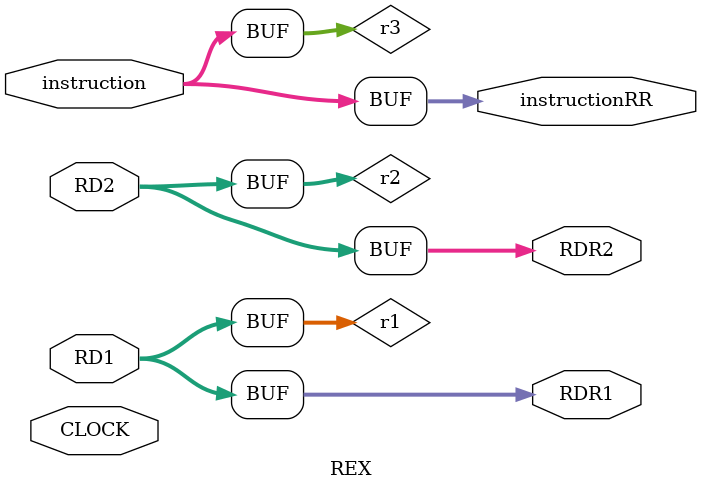
<source format=v>
`timescale 100fs/100fs
module REX (
    input CLOCK,
    input [31:0] RD1,
    input [31:0] RD2,
    input [31:0] instruction,
    output [31:0] RDR1,
    output [31:0] RDR2,
    output [31:0] instructionRR
);

reg [31:0] r1, r2, r3;

always @(RD1,RD2,instruction) begin
    r1 = RD1;
    r2 = RD2;
    r3 = instruction;
    //$display("%b : %b : %b",r1, r2,r3);
end
assign RDR1 = r1;
assign RDR2 = r2;
assign instructionRR = r3;

endmodule
</source>
